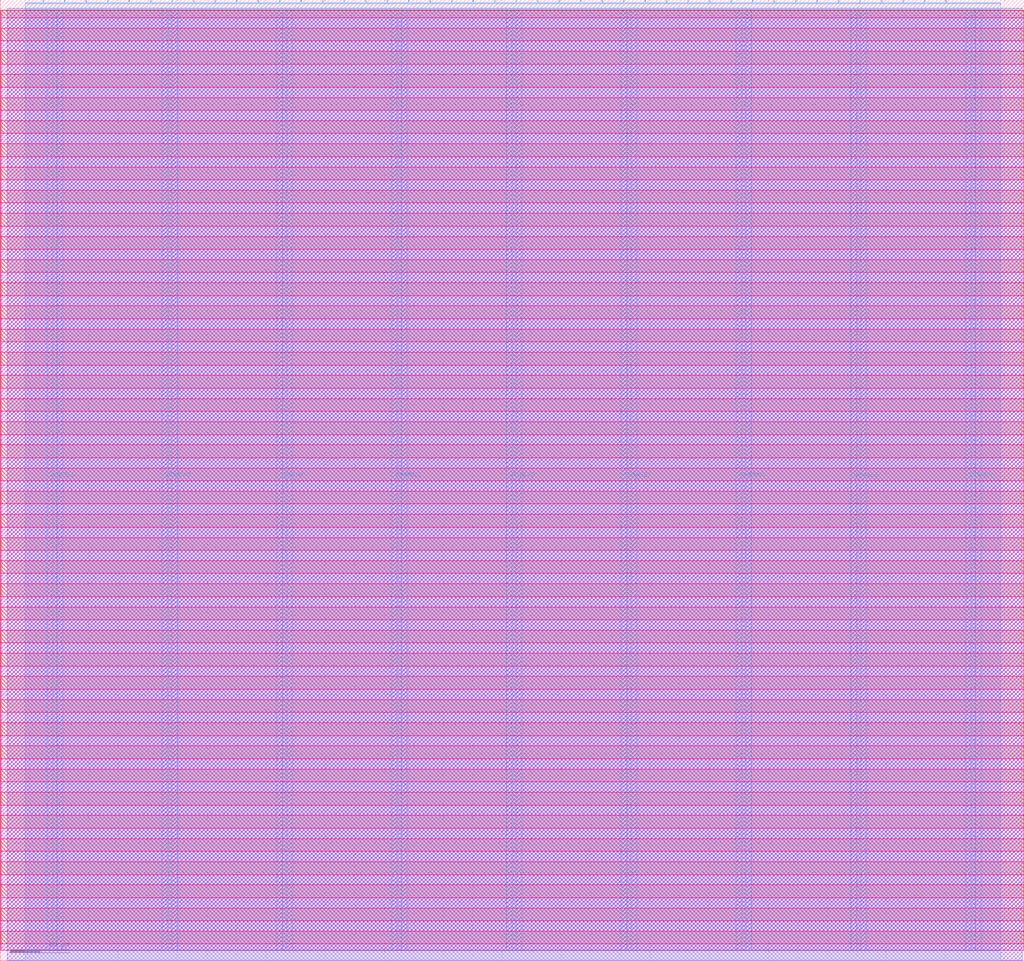
<source format=lef>
VERSION 5.7 ;
  NOWIREEXTENSIONATPIN ON ;
  DIVIDERCHAR "/" ;
  BUSBITCHARS "[]" ;
MACRO tt_um_waferspace_vga_screensaver
  CLASS BLOCK ;
  FOREIGN tt_um_waferspace_vga_screensaver ;
  ORIGIN 0.000 0.000 ;
  SIZE 346.640 BY 325.360 ;
  PIN VGND
    DIRECTION INOUT ;
    USE GROUND ;
    PORT
      LAYER Metal4 ;
        RECT 19.380 3.620 20.980 321.740 ;
    END
    PORT
      LAYER Metal4 ;
        RECT 58.250 3.620 59.850 321.740 ;
    END
    PORT
      LAYER Metal4 ;
        RECT 97.120 3.620 98.720 321.740 ;
    END
    PORT
      LAYER Metal4 ;
        RECT 135.990 3.620 137.590 321.740 ;
    END
    PORT
      LAYER Metal4 ;
        RECT 174.860 3.620 176.460 321.740 ;
    END
    PORT
      LAYER Metal4 ;
        RECT 213.730 3.620 215.330 321.740 ;
    END
    PORT
      LAYER Metal4 ;
        RECT 252.600 3.620 254.200 321.740 ;
    END
    PORT
      LAYER Metal4 ;
        RECT 291.470 3.620 293.070 321.740 ;
    END
    PORT
      LAYER Metal4 ;
        RECT 330.340 3.620 331.940 321.740 ;
    END
  END VGND
  PIN VPWR
    DIRECTION INOUT ;
    USE POWER ;
    PORT
      LAYER Metal4 ;
        RECT 16.080 3.620 17.680 321.740 ;
    END
    PORT
      LAYER Metal4 ;
        RECT 54.950 3.620 56.550 321.740 ;
    END
    PORT
      LAYER Metal4 ;
        RECT 93.820 3.620 95.420 321.740 ;
    END
    PORT
      LAYER Metal4 ;
        RECT 132.690 3.620 134.290 321.740 ;
    END
    PORT
      LAYER Metal4 ;
        RECT 171.560 3.620 173.160 321.740 ;
    END
    PORT
      LAYER Metal4 ;
        RECT 210.430 3.620 212.030 321.740 ;
    END
    PORT
      LAYER Metal4 ;
        RECT 249.300 3.620 250.900 321.740 ;
    END
    PORT
      LAYER Metal4 ;
        RECT 288.170 3.620 289.770 321.740 ;
    END
    PORT
      LAYER Metal4 ;
        RECT 327.040 3.620 328.640 321.740 ;
    END
  END VPWR
  PIN clk
    DIRECTION INPUT ;
    USE SIGNAL ;
    ANTENNAGATEAREA 4.738000 ;
    PORT
      LAYER Metal4 ;
        RECT 312.890 324.360 313.190 325.360 ;
    END
  END clk
  PIN ena
    DIRECTION INPUT ;
    USE SIGNAL ;
    PORT
      LAYER Metal4 ;
        RECT 320.170 324.360 320.470 325.360 ;
    END
  END ena
  PIN rst_n
    DIRECTION INPUT ;
    USE SIGNAL ;
    ANTENNAGATEAREA 0.726000 ;
    PORT
      LAYER Metal4 ;
        RECT 305.610 324.360 305.910 325.360 ;
    END
  END rst_n
  PIN ui_in[0]
    DIRECTION INPUT ;
    USE SIGNAL ;
    ANTENNAGATEAREA 0.396000 ;
    PORT
      LAYER Metal4 ;
        RECT 298.330 324.360 298.630 325.360 ;
    END
  END ui_in[0]
  PIN ui_in[1]
    DIRECTION INPUT ;
    USE SIGNAL ;
    ANTENNAGATEAREA 1.102000 ;
    PORT
      LAYER Metal4 ;
        RECT 291.050 324.360 291.350 325.360 ;
    END
  END ui_in[1]
  PIN ui_in[2]
    DIRECTION INPUT ;
    USE SIGNAL ;
    PORT
      LAYER Metal4 ;
        RECT 283.770 324.360 284.070 325.360 ;
    END
  END ui_in[2]
  PIN ui_in[3]
    DIRECTION INPUT ;
    USE SIGNAL ;
    PORT
      LAYER Metal4 ;
        RECT 276.490 324.360 276.790 325.360 ;
    END
  END ui_in[3]
  PIN ui_in[4]
    DIRECTION INPUT ;
    USE SIGNAL ;
    ANTENNAGATEAREA 0.396000 ;
    PORT
      LAYER Metal4 ;
        RECT 269.210 324.360 269.510 325.360 ;
    END
  END ui_in[4]
  PIN ui_in[5]
    DIRECTION INPUT ;
    USE SIGNAL ;
    ANTENNAGATEAREA 0.396000 ;
    PORT
      LAYER Metal4 ;
        RECT 261.930 324.360 262.230 325.360 ;
    END
  END ui_in[5]
  PIN ui_in[6]
    DIRECTION INPUT ;
    USE SIGNAL ;
    ANTENNAGATEAREA 0.396000 ;
    PORT
      LAYER Metal4 ;
        RECT 254.650 324.360 254.950 325.360 ;
    END
  END ui_in[6]
  PIN ui_in[7]
    DIRECTION INPUT ;
    USE SIGNAL ;
    PORT
      LAYER Metal4 ;
        RECT 247.370 324.360 247.670 325.360 ;
    END
  END ui_in[7]
  PIN uio_in[0]
    DIRECTION INPUT ;
    USE SIGNAL ;
    PORT
      LAYER Metal4 ;
        RECT 240.090 324.360 240.390 325.360 ;
    END
  END uio_in[0]
  PIN uio_in[1]
    DIRECTION INPUT ;
    USE SIGNAL ;
    PORT
      LAYER Metal4 ;
        RECT 232.810 324.360 233.110 325.360 ;
    END
  END uio_in[1]
  PIN uio_in[2]
    DIRECTION INPUT ;
    USE SIGNAL ;
    PORT
      LAYER Metal4 ;
        RECT 225.530 324.360 225.830 325.360 ;
    END
  END uio_in[2]
  PIN uio_in[3]
    DIRECTION INPUT ;
    USE SIGNAL ;
    PORT
      LAYER Metal4 ;
        RECT 218.250 324.360 218.550 325.360 ;
    END
  END uio_in[3]
  PIN uio_in[4]
    DIRECTION INPUT ;
    USE SIGNAL ;
    PORT
      LAYER Metal4 ;
        RECT 210.970 324.360 211.270 325.360 ;
    END
  END uio_in[4]
  PIN uio_in[5]
    DIRECTION INPUT ;
    USE SIGNAL ;
    PORT
      LAYER Metal4 ;
        RECT 203.690 324.360 203.990 325.360 ;
    END
  END uio_in[5]
  PIN uio_in[6]
    DIRECTION INPUT ;
    USE SIGNAL ;
    PORT
      LAYER Metal4 ;
        RECT 196.410 324.360 196.710 325.360 ;
    END
  END uio_in[6]
  PIN uio_in[7]
    DIRECTION INPUT ;
    USE SIGNAL ;
    PORT
      LAYER Metal4 ;
        RECT 189.130 324.360 189.430 325.360 ;
    END
  END uio_in[7]
  PIN uio_oe[0]
    DIRECTION OUTPUT ;
    USE SIGNAL ;
    ANTENNADIFFAREA 0.360800 ;
    PORT
      LAYER Metal4 ;
        RECT 65.370 324.360 65.670 325.360 ;
    END
  END uio_oe[0]
  PIN uio_oe[1]
    DIRECTION OUTPUT ;
    USE SIGNAL ;
    ANTENNADIFFAREA 0.360800 ;
    PORT
      LAYER Metal4 ;
        RECT 58.090 324.360 58.390 325.360 ;
    END
  END uio_oe[1]
  PIN uio_oe[2]
    DIRECTION OUTPUT ;
    USE SIGNAL ;
    ANTENNADIFFAREA 0.360800 ;
    PORT
      LAYER Metal4 ;
        RECT 50.810 324.360 51.110 325.360 ;
    END
  END uio_oe[2]
  PIN uio_oe[3]
    DIRECTION OUTPUT ;
    USE SIGNAL ;
    ANTENNADIFFAREA 0.360800 ;
    PORT
      LAYER Metal4 ;
        RECT 43.530 324.360 43.830 325.360 ;
    END
  END uio_oe[3]
  PIN uio_oe[4]
    DIRECTION OUTPUT ;
    USE SIGNAL ;
    ANTENNADIFFAREA 0.360800 ;
    PORT
      LAYER Metal4 ;
        RECT 36.250 324.360 36.550 325.360 ;
    END
  END uio_oe[4]
  PIN uio_oe[5]
    DIRECTION OUTPUT ;
    USE SIGNAL ;
    ANTENNADIFFAREA 0.360800 ;
    PORT
      LAYER Metal4 ;
        RECT 28.970 324.360 29.270 325.360 ;
    END
  END uio_oe[5]
  PIN uio_oe[6]
    DIRECTION OUTPUT ;
    USE SIGNAL ;
    ANTENNADIFFAREA 0.360800 ;
    PORT
      LAYER Metal4 ;
        RECT 21.690 324.360 21.990 325.360 ;
    END
  END uio_oe[6]
  PIN uio_oe[7]
    DIRECTION OUTPUT ;
    USE SIGNAL ;
    ANTENNADIFFAREA 0.360800 ;
    PORT
      LAYER Metal4 ;
        RECT 14.410 324.360 14.710 325.360 ;
    END
  END uio_oe[7]
  PIN uio_out[0]
    DIRECTION OUTPUT ;
    USE SIGNAL ;
    ANTENNADIFFAREA 0.360800 ;
    PORT
      LAYER Metal4 ;
        RECT 123.610 324.360 123.910 325.360 ;
    END
  END uio_out[0]
  PIN uio_out[1]
    DIRECTION OUTPUT ;
    USE SIGNAL ;
    ANTENNADIFFAREA 0.360800 ;
    PORT
      LAYER Metal4 ;
        RECT 116.330 324.360 116.630 325.360 ;
    END
  END uio_out[1]
  PIN uio_out[2]
    DIRECTION OUTPUT ;
    USE SIGNAL ;
    ANTENNADIFFAREA 0.360800 ;
    PORT
      LAYER Metal4 ;
        RECT 109.050 324.360 109.350 325.360 ;
    END
  END uio_out[2]
  PIN uio_out[3]
    DIRECTION OUTPUT ;
    USE SIGNAL ;
    ANTENNADIFFAREA 0.360800 ;
    PORT
      LAYER Metal4 ;
        RECT 101.770 324.360 102.070 325.360 ;
    END
  END uio_out[3]
  PIN uio_out[4]
    DIRECTION OUTPUT ;
    USE SIGNAL ;
    ANTENNADIFFAREA 0.360800 ;
    PORT
      LAYER Metal4 ;
        RECT 94.490 324.360 94.790 325.360 ;
    END
  END uio_out[4]
  PIN uio_out[5]
    DIRECTION OUTPUT ;
    USE SIGNAL ;
    ANTENNADIFFAREA 0.360800 ;
    PORT
      LAYER Metal4 ;
        RECT 87.210 324.360 87.510 325.360 ;
    END
  END uio_out[5]
  PIN uio_out[6]
    DIRECTION OUTPUT ;
    USE SIGNAL ;
    ANTENNADIFFAREA 0.360800 ;
    PORT
      LAYER Metal4 ;
        RECT 79.930 324.360 80.230 325.360 ;
    END
  END uio_out[6]
  PIN uio_out[7]
    DIRECTION OUTPUT ;
    USE SIGNAL ;
    ANTENNADIFFAREA 0.360800 ;
    PORT
      LAYER Metal4 ;
        RECT 72.650 324.360 72.950 325.360 ;
    END
  END uio_out[7]
  PIN uo_out[0]
    DIRECTION OUTPUT ;
    USE SIGNAL ;
    ANTENNADIFFAREA 1.060800 ;
    PORT
      LAYER Metal4 ;
        RECT 181.850 324.360 182.150 325.360 ;
    END
  END uo_out[0]
  PIN uo_out[1]
    DIRECTION OUTPUT ;
    USE SIGNAL ;
    ANTENNADIFFAREA 1.060800 ;
    PORT
      LAYER Metal4 ;
        RECT 174.570 324.360 174.870 325.360 ;
    END
  END uo_out[1]
  PIN uo_out[2]
    DIRECTION OUTPUT ;
    USE SIGNAL ;
    ANTENNADIFFAREA 1.060800 ;
    PORT
      LAYER Metal4 ;
        RECT 167.290 324.360 167.590 325.360 ;
    END
  END uo_out[2]
  PIN uo_out[3]
    DIRECTION OUTPUT ;
    USE SIGNAL ;
    ANTENNADIFFAREA 1.986000 ;
    PORT
      LAYER Metal4 ;
        RECT 160.010 324.360 160.310 325.360 ;
    END
  END uo_out[3]
  PIN uo_out[4]
    DIRECTION OUTPUT ;
    USE SIGNAL ;
    ANTENNADIFFAREA 1.060800 ;
    PORT
      LAYER Metal4 ;
        RECT 152.730 324.360 153.030 325.360 ;
    END
  END uo_out[4]
  PIN uo_out[5]
    DIRECTION OUTPUT ;
    USE SIGNAL ;
    ANTENNADIFFAREA 1.060800 ;
    PORT
      LAYER Metal4 ;
        RECT 145.450 324.360 145.750 325.360 ;
    END
  END uo_out[5]
  PIN uo_out[6]
    DIRECTION OUTPUT ;
    USE SIGNAL ;
    ANTENNADIFFAREA 1.060800 ;
    PORT
      LAYER Metal4 ;
        RECT 138.170 324.360 138.470 325.360 ;
    END
  END uo_out[6]
  PIN uo_out[7]
    DIRECTION OUTPUT ;
    USE SIGNAL ;
    ANTENNADIFFAREA 1.986000 ;
    PORT
      LAYER Metal4 ;
        RECT 130.890 324.360 131.190 325.360 ;
    END
  END uo_out[7]
  OBS
      LAYER Nwell ;
        RECT 0.130 319.280 346.510 321.870 ;
      LAYER Pwell ;
        RECT 0.130 315.760 346.510 319.280 ;
      LAYER Nwell ;
        RECT 0.130 311.440 346.510 315.760 ;
      LAYER Pwell ;
        RECT 0.130 307.920 346.510 311.440 ;
      LAYER Nwell ;
        RECT 0.130 303.600 346.510 307.920 ;
      LAYER Pwell ;
        RECT 0.130 300.080 346.510 303.600 ;
      LAYER Nwell ;
        RECT 0.130 295.760 346.510 300.080 ;
      LAYER Pwell ;
        RECT 0.130 292.240 346.510 295.760 ;
      LAYER Nwell ;
        RECT 0.130 287.920 346.510 292.240 ;
      LAYER Pwell ;
        RECT 0.130 284.400 346.510 287.920 ;
      LAYER Nwell ;
        RECT 0.130 280.080 346.510 284.400 ;
      LAYER Pwell ;
        RECT 0.130 276.560 346.510 280.080 ;
      LAYER Nwell ;
        RECT 0.130 272.240 346.510 276.560 ;
      LAYER Pwell ;
        RECT 0.130 268.720 346.510 272.240 ;
      LAYER Nwell ;
        RECT 0.130 264.400 346.510 268.720 ;
      LAYER Pwell ;
        RECT 0.130 260.880 346.510 264.400 ;
      LAYER Nwell ;
        RECT 0.130 256.560 346.510 260.880 ;
      LAYER Pwell ;
        RECT 0.130 253.040 346.510 256.560 ;
      LAYER Nwell ;
        RECT 0.130 248.720 346.510 253.040 ;
      LAYER Pwell ;
        RECT 0.130 245.200 346.510 248.720 ;
      LAYER Nwell ;
        RECT 0.130 240.880 346.510 245.200 ;
      LAYER Pwell ;
        RECT 0.130 237.360 346.510 240.880 ;
      LAYER Nwell ;
        RECT 0.130 233.040 346.510 237.360 ;
      LAYER Pwell ;
        RECT 0.130 229.520 346.510 233.040 ;
      LAYER Nwell ;
        RECT 0.130 225.200 346.510 229.520 ;
      LAYER Pwell ;
        RECT 0.130 221.680 346.510 225.200 ;
      LAYER Nwell ;
        RECT 0.130 217.360 346.510 221.680 ;
      LAYER Pwell ;
        RECT 0.130 213.840 346.510 217.360 ;
      LAYER Nwell ;
        RECT 0.130 209.520 346.510 213.840 ;
      LAYER Pwell ;
        RECT 0.130 206.000 346.510 209.520 ;
      LAYER Nwell ;
        RECT 0.130 201.680 346.510 206.000 ;
      LAYER Pwell ;
        RECT 0.130 198.160 346.510 201.680 ;
      LAYER Nwell ;
        RECT 0.130 193.840 346.510 198.160 ;
      LAYER Pwell ;
        RECT 0.130 190.320 346.510 193.840 ;
      LAYER Nwell ;
        RECT 0.130 186.000 346.510 190.320 ;
      LAYER Pwell ;
        RECT 0.130 182.480 346.510 186.000 ;
      LAYER Nwell ;
        RECT 0.130 178.160 346.510 182.480 ;
      LAYER Pwell ;
        RECT 0.130 174.640 346.510 178.160 ;
      LAYER Nwell ;
        RECT 0.130 170.320 346.510 174.640 ;
      LAYER Pwell ;
        RECT 0.130 166.800 346.510 170.320 ;
      LAYER Nwell ;
        RECT 0.130 162.480 346.510 166.800 ;
      LAYER Pwell ;
        RECT 0.130 158.960 346.510 162.480 ;
      LAYER Nwell ;
        RECT 0.130 154.640 346.510 158.960 ;
      LAYER Pwell ;
        RECT 0.130 151.120 346.510 154.640 ;
      LAYER Nwell ;
        RECT 0.130 146.800 346.510 151.120 ;
      LAYER Pwell ;
        RECT 0.130 143.280 346.510 146.800 ;
      LAYER Nwell ;
        RECT 0.130 138.960 346.510 143.280 ;
      LAYER Pwell ;
        RECT 0.130 135.440 346.510 138.960 ;
      LAYER Nwell ;
        RECT 0.130 131.120 346.510 135.440 ;
      LAYER Pwell ;
        RECT 0.130 127.600 346.510 131.120 ;
      LAYER Nwell ;
        RECT 0.130 123.280 346.510 127.600 ;
      LAYER Pwell ;
        RECT 0.130 119.760 346.510 123.280 ;
      LAYER Nwell ;
        RECT 0.130 115.440 346.510 119.760 ;
      LAYER Pwell ;
        RECT 0.130 111.920 346.510 115.440 ;
      LAYER Nwell ;
        RECT 0.130 107.600 346.510 111.920 ;
      LAYER Pwell ;
        RECT 0.130 104.080 346.510 107.600 ;
      LAYER Nwell ;
        RECT 0.130 99.760 346.510 104.080 ;
      LAYER Pwell ;
        RECT 0.130 96.240 346.510 99.760 ;
      LAYER Nwell ;
        RECT 0.130 91.920 346.510 96.240 ;
      LAYER Pwell ;
        RECT 0.130 88.400 346.510 91.920 ;
      LAYER Nwell ;
        RECT 0.130 84.080 346.510 88.400 ;
      LAYER Pwell ;
        RECT 0.130 80.560 346.510 84.080 ;
      LAYER Nwell ;
        RECT 0.130 76.240 346.510 80.560 ;
      LAYER Pwell ;
        RECT 0.130 72.720 346.510 76.240 ;
      LAYER Nwell ;
        RECT 0.130 68.400 346.510 72.720 ;
      LAYER Pwell ;
        RECT 0.130 64.880 346.510 68.400 ;
      LAYER Nwell ;
        RECT 0.130 60.560 346.510 64.880 ;
      LAYER Pwell ;
        RECT 0.130 57.040 346.510 60.560 ;
      LAYER Nwell ;
        RECT 0.130 52.720 346.510 57.040 ;
      LAYER Pwell ;
        RECT 0.130 49.200 346.510 52.720 ;
      LAYER Nwell ;
        RECT 0.130 44.880 346.510 49.200 ;
      LAYER Pwell ;
        RECT 0.130 41.360 346.510 44.880 ;
      LAYER Nwell ;
        RECT 0.130 37.040 346.510 41.360 ;
      LAYER Pwell ;
        RECT 0.130 33.520 346.510 37.040 ;
      LAYER Nwell ;
        RECT 0.130 29.200 346.510 33.520 ;
      LAYER Pwell ;
        RECT 0.130 25.680 346.510 29.200 ;
      LAYER Nwell ;
        RECT 0.130 21.360 346.510 25.680 ;
      LAYER Pwell ;
        RECT 0.130 17.840 346.510 21.360 ;
      LAYER Nwell ;
        RECT 0.130 13.520 346.510 17.840 ;
      LAYER Pwell ;
        RECT 0.130 10.000 346.510 13.520 ;
      LAYER Nwell ;
        RECT 0.130 5.680 346.510 10.000 ;
      LAYER Pwell ;
        RECT 0.130 3.490 346.510 5.680 ;
      LAYER Metal1 ;
        RECT 0.560 3.620 346.080 321.740 ;
      LAYER Metal2 ;
        RECT 2.380 0.090 345.940 322.470 ;
      LAYER Metal3 ;
        RECT 2.330 0.140 345.990 322.420 ;
      LAYER Metal4 ;
        RECT 8.540 324.060 14.110 324.360 ;
        RECT 15.010 324.060 21.390 324.360 ;
        RECT 22.290 324.060 28.670 324.360 ;
        RECT 29.570 324.060 35.950 324.360 ;
        RECT 36.850 324.060 43.230 324.360 ;
        RECT 44.130 324.060 50.510 324.360 ;
        RECT 51.410 324.060 57.790 324.360 ;
        RECT 58.690 324.060 65.070 324.360 ;
        RECT 65.970 324.060 72.350 324.360 ;
        RECT 73.250 324.060 79.630 324.360 ;
        RECT 80.530 324.060 86.910 324.360 ;
        RECT 87.810 324.060 94.190 324.360 ;
        RECT 95.090 324.060 101.470 324.360 ;
        RECT 102.370 324.060 108.750 324.360 ;
        RECT 109.650 324.060 116.030 324.360 ;
        RECT 116.930 324.060 123.310 324.360 ;
        RECT 124.210 324.060 130.590 324.360 ;
        RECT 131.490 324.060 137.870 324.360 ;
        RECT 138.770 324.060 145.150 324.360 ;
        RECT 146.050 324.060 152.430 324.360 ;
        RECT 153.330 324.060 159.710 324.360 ;
        RECT 160.610 324.060 166.990 324.360 ;
        RECT 167.890 324.060 174.270 324.360 ;
        RECT 175.170 324.060 181.550 324.360 ;
        RECT 182.450 324.060 188.830 324.360 ;
        RECT 189.730 324.060 196.110 324.360 ;
        RECT 197.010 324.060 203.390 324.360 ;
        RECT 204.290 324.060 210.670 324.360 ;
        RECT 211.570 324.060 217.950 324.360 ;
        RECT 218.850 324.060 225.230 324.360 ;
        RECT 226.130 324.060 232.510 324.360 ;
        RECT 233.410 324.060 239.790 324.360 ;
        RECT 240.690 324.060 247.070 324.360 ;
        RECT 247.970 324.060 254.350 324.360 ;
        RECT 255.250 324.060 261.630 324.360 ;
        RECT 262.530 324.060 268.910 324.360 ;
        RECT 269.810 324.060 276.190 324.360 ;
        RECT 277.090 324.060 283.470 324.360 ;
        RECT 284.370 324.060 290.750 324.360 ;
        RECT 291.650 324.060 298.030 324.360 ;
        RECT 298.930 324.060 305.310 324.360 ;
        RECT 306.210 324.060 312.590 324.360 ;
        RECT 313.490 324.060 319.870 324.360 ;
        RECT 320.770 324.060 338.660 324.360 ;
        RECT 8.540 322.040 338.660 324.060 ;
        RECT 8.540 3.320 15.780 322.040 ;
        RECT 17.980 3.320 19.080 322.040 ;
        RECT 21.280 3.320 54.650 322.040 ;
        RECT 56.850 3.320 57.950 322.040 ;
        RECT 60.150 3.320 93.520 322.040 ;
        RECT 95.720 3.320 96.820 322.040 ;
        RECT 99.020 3.320 132.390 322.040 ;
        RECT 134.590 3.320 135.690 322.040 ;
        RECT 137.890 3.320 171.260 322.040 ;
        RECT 173.460 3.320 174.560 322.040 ;
        RECT 176.760 3.320 210.130 322.040 ;
        RECT 212.330 3.320 213.430 322.040 ;
        RECT 215.630 3.320 249.000 322.040 ;
        RECT 251.200 3.320 252.300 322.040 ;
        RECT 254.500 3.320 287.870 322.040 ;
        RECT 290.070 3.320 291.170 322.040 ;
        RECT 293.370 3.320 326.740 322.040 ;
        RECT 328.940 3.320 330.040 322.040 ;
        RECT 332.240 3.320 338.660 322.040 ;
        RECT 8.540 0.090 338.660 3.320 ;
  END
END tt_um_waferspace_vga_screensaver
END LIBRARY


</source>
